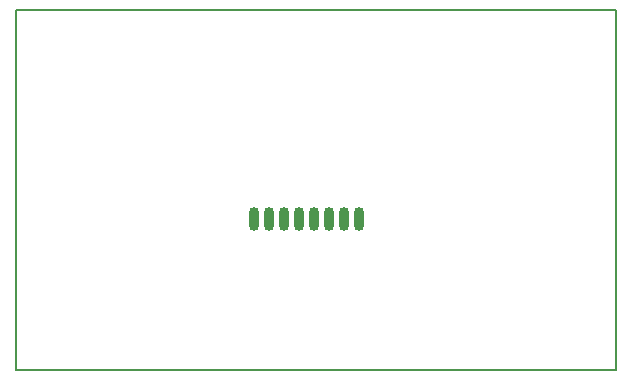
<source format=gbr>
G04 #@! TF.FileFunction,Paste,Top*
%FSLAX46Y46*%
G04 Gerber Fmt 4.6, Leading zero omitted, Abs format (unit mm)*
G04 Created by KiCad (PCBNEW 4.0.7) date 06/13/18 13:38:50*
%MOMM*%
%LPD*%
G01*
G04 APERTURE LIST*
%ADD10C,0.100000*%
%ADD11C,0.150000*%
%ADD12O,0.900000X2.000000*%
G04 APERTURE END LIST*
D10*
D11*
X111760000Y-111760000D02*
X111760000Y-81280000D01*
X162560000Y-111760000D02*
X111760000Y-111760000D01*
X162560000Y-81280000D02*
X162560000Y-111760000D01*
X111760000Y-81280000D02*
X162560000Y-81280000D01*
D12*
X140815000Y-98960000D03*
X139545000Y-98960000D03*
X138275000Y-98960000D03*
X137005000Y-98960000D03*
X135735000Y-98960000D03*
X134465000Y-98960000D03*
X133195000Y-98960000D03*
X131925000Y-98960000D03*
M02*

</source>
